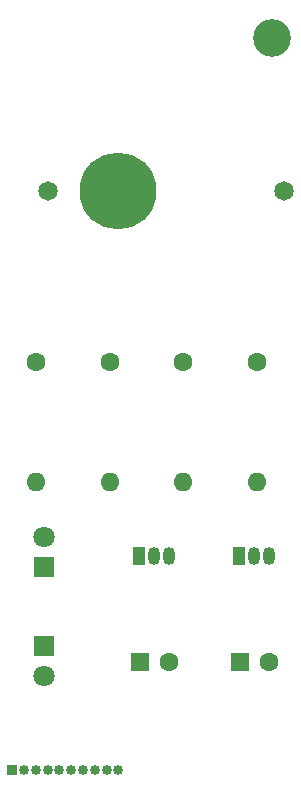
<source format=gbr>
%TF.GenerationSoftware,KiCad,Pcbnew,7.0.7*%
%TF.CreationDate,2024-04-06T11:31:03+09:00*%
%TF.ProjectId,PCB_AstMul,5043425f-4173-4744-9d75-6c2e6b696361,rev?*%
%TF.SameCoordinates,Original*%
%TF.FileFunction,Soldermask,Bot*%
%TF.FilePolarity,Negative*%
%FSLAX46Y46*%
G04 Gerber Fmt 4.6, Leading zero omitted, Abs format (unit mm)*
G04 Created by KiCad (PCBNEW 7.0.7) date 2024-04-06 11:31:03*
%MOMM*%
%LPD*%
G01*
G04 APERTURE LIST*
%ADD10R,1.050000X1.500000*%
%ADD11O,1.050000X1.500000*%
%ADD12R,1.800000X1.800000*%
%ADD13C,1.800000*%
%ADD14C,1.600000*%
%ADD15O,1.600000X1.600000*%
%ADD16R,0.850000X0.850000*%
%ADD17O,0.850000X0.850000*%
%ADD18R,1.600000X1.600000*%
%ADD19C,6.500000*%
%ADD20C,1.650000*%
%ADD21C,3.200000*%
G04 APERTURE END LIST*
D10*
%TO.C,Q2*%
X72691250Y-68360000D03*
D11*
X73961250Y-68360000D03*
X75231250Y-68360000D03*
%TD*%
D12*
%TO.C,D1*%
X56231250Y-75955000D03*
D13*
X56231250Y-78495000D03*
%TD*%
D14*
%TO.C,R1*%
X74231250Y-51920000D03*
D15*
X74231250Y-62080000D03*
%TD*%
D10*
%TO.C,Q1*%
X64231250Y-68360000D03*
D11*
X65501250Y-68360000D03*
X66771250Y-68360000D03*
%TD*%
D14*
%TO.C,R3*%
X61743750Y-51920000D03*
D15*
X61743750Y-62080000D03*
%TD*%
D16*
%TO.C,REF\u002A\u002A*%
X53500000Y-86500000D03*
D17*
X54500000Y-86500000D03*
X55500000Y-86500000D03*
X56500000Y-86500000D03*
X57500000Y-86500000D03*
X58500000Y-86500000D03*
X59500000Y-86500000D03*
X60500000Y-86500000D03*
X61500000Y-86500000D03*
X62500000Y-86500000D03*
%TD*%
D18*
%TO.C,C2*%
X72778871Y-77360000D03*
D14*
X75278871Y-77360000D03*
%TD*%
D19*
%TO.C,U1*%
X62500000Y-37500000D03*
D20*
X56500000Y-37500000D03*
X76500000Y-37500000D03*
%TD*%
D12*
%TO.C,D2*%
X56231250Y-69275000D03*
D13*
X56231250Y-66735000D03*
%TD*%
D21*
%TO.C,REF\u002A\u002A*%
X75500000Y-24500000D03*
%TD*%
D18*
%TO.C,C1*%
X64318871Y-77360000D03*
D14*
X66818871Y-77360000D03*
%TD*%
%TO.C,R2*%
X67987500Y-51920000D03*
D15*
X67987500Y-62080000D03*
%TD*%
D14*
%TO.C,R4*%
X55500000Y-51920000D03*
D15*
X55500000Y-62080000D03*
%TD*%
M02*

</source>
